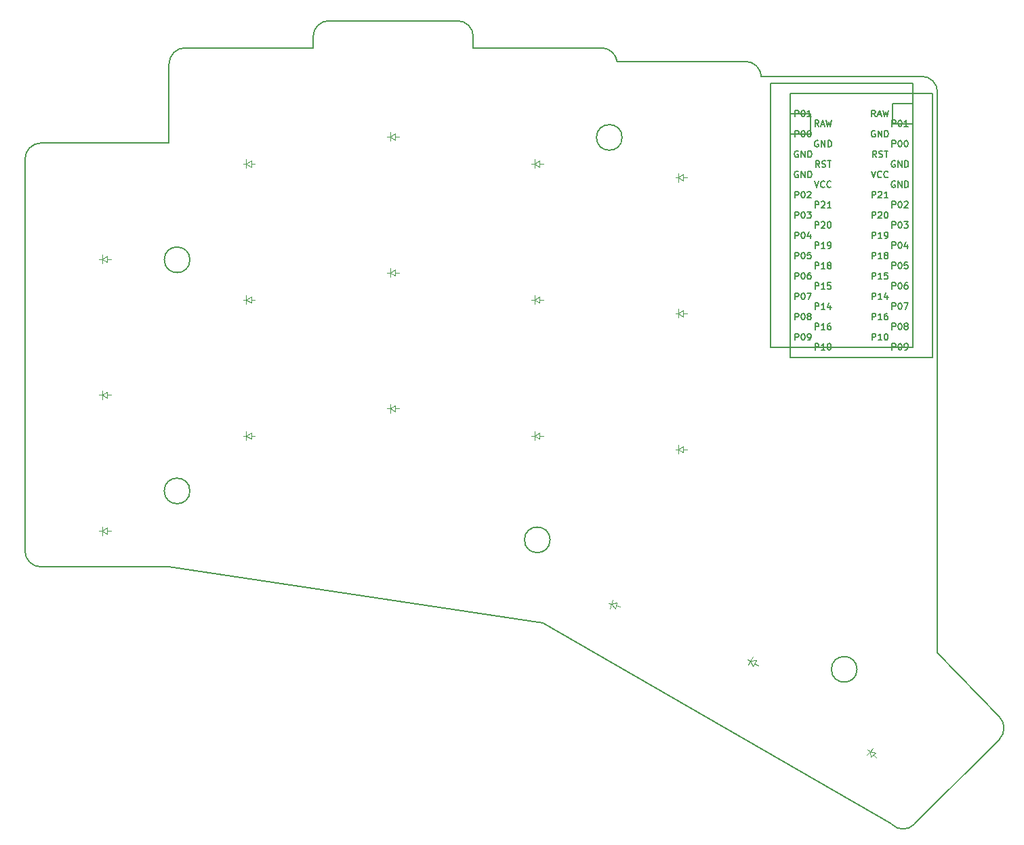
<source format=gbr>
G04 #@! TF.GenerationSoftware,KiCad,Pcbnew,5.1.5+dfsg1-2build2*
G04 #@! TF.CreationDate,2021-09-10T19:33:11+00:00*
G04 #@! TF.ProjectId,main-routed,6d61696e-2d72-46f7-9574-65642e6b6963,VERSION_HERE*
G04 #@! TF.SameCoordinates,Original*
G04 #@! TF.FileFunction,Legend,Top*
G04 #@! TF.FilePolarity,Positive*
%FSLAX46Y46*%
G04 Gerber Fmt 4.6, Leading zero omitted, Abs format (unit mm)*
G04 Created by KiCad (PCBNEW 5.1.5+dfsg1-2build2) date 2021-09-10 19:33:11*
%MOMM*%
%LPD*%
G04 APERTURE LIST*
G04 #@! TA.AperFunction,Profile*
%ADD10C,0.150000*%
G04 #@! TD*
%ADD11C,0.100000*%
%ADD12C,0.150000*%
G04 APERTURE END LIST*
D10*
X10000000Y-9500000D02*
X26000000Y-9500000D01*
X8000000Y-7500000D02*
X8000000Y41500000D01*
X10000000Y-9500000D02*
G75*
G02X8000000Y-7500000I0J2000000D01*
G01*
X26000000Y43500000D02*
X10000000Y43500000D01*
X8000000Y41500000D02*
G75*
G02X10000000Y43500000I2000000J0D01*
G01*
X44000000Y55400000D02*
X28000000Y55400000D01*
X26000000Y53400000D02*
G75*
G02X28000000Y55400000I2000000J0D01*
G01*
X26000000Y53400000D02*
X26000000Y43500000D01*
X64000000Y55400000D02*
X64000000Y56800000D01*
X62000000Y58800000D02*
G75*
G02X64000000Y56800000I0J-2000000D01*
G01*
X62000000Y58800000D02*
X46000000Y58800000D01*
X44000000Y56800000D02*
G75*
G02X46000000Y58800000I2000000J0D01*
G01*
X44000000Y56800000D02*
X44000000Y55400000D01*
X80000000Y55400000D02*
G75*
G02X81977391Y53699872I0J-2000000D01*
G01*
X80000000Y55400000D02*
X64000000Y55400000D01*
X98000000Y53700000D02*
G75*
G02X99994367Y51850000I0J-2000000D01*
G01*
X98000000Y53700000D02*
X82000000Y53700000D01*
X81977391Y53699872D02*
G75*
G02X82000000Y53700000I22609J-1999872D01*
G01*
X119117258Y-41686664D02*
G75*
G02X116288831Y-41686665I-1414214J1414213D01*
G01*
X119117258Y-41686665D02*
X129723860Y-31080063D01*
X129723859Y-28251636D02*
G75*
G02X129723860Y-31080063I-1414213J-1414214D01*
G01*
X122000000Y-20208734D02*
X129723860Y-28251636D01*
X116288831Y-41686665D02*
X72707107Y-16524745D01*
X72707107Y-16524745D02*
X26000000Y-9500000D01*
X122000000Y-20208734D02*
X122000000Y49850000D01*
X120000000Y51850000D02*
G75*
G02X122000000Y49850000I0J-2000000D01*
G01*
X120000000Y51850000D02*
X99994367Y51850000D01*
X28600000Y28900000D02*
G75*
G03X28600000Y28900000I-1600000J0D01*
G01*
X28600000Y0D02*
G75*
G03X28600000Y0I-1600000J0D01*
G01*
X82600000Y44200000D02*
G75*
G03X82600000Y44200000I-1600000J0D01*
G01*
X73600000Y-6120000D02*
G75*
G03X73600000Y-6120000I-1600000J0D01*
G01*
X111949134Y-22311939D02*
G75*
G03X111949134Y-22311939I-1600000J0D01*
G01*
D11*
G04 #@! TO.C,D1*
X18250000Y-5000000D02*
X18750000Y-5000000D01*
X18250000Y-5400000D02*
X17650000Y-5000000D01*
X18250000Y-4600000D02*
X18250000Y-5400000D01*
X17650000Y-5000000D02*
X18250000Y-4600000D01*
X17650000Y-5000000D02*
X17650000Y-5550000D01*
X17650000Y-5000000D02*
X17650000Y-4450000D01*
X17250000Y-5000000D02*
X17650000Y-5000000D01*
G04 #@! TO.C,D2*
X18250000Y12000000D02*
X18750000Y12000000D01*
X18250000Y11600000D02*
X17650000Y12000000D01*
X18250000Y12400000D02*
X18250000Y11600000D01*
X17650000Y12000000D02*
X18250000Y12400000D01*
X17650000Y12000000D02*
X17650000Y11450000D01*
X17650000Y12000000D02*
X17650000Y12550000D01*
X17250000Y12000000D02*
X17650000Y12000000D01*
G04 #@! TO.C,D3*
X18250000Y29000000D02*
X18750000Y29000000D01*
X18250000Y28600000D02*
X17650000Y29000000D01*
X18250000Y29400000D02*
X18250000Y28600000D01*
X17650000Y29000000D02*
X18250000Y29400000D01*
X17650000Y29000000D02*
X17650000Y28450000D01*
X17650000Y29000000D02*
X17650000Y29550000D01*
X17250000Y29000000D02*
X17650000Y29000000D01*
G04 #@! TO.C,D4*
X36250000Y6900000D02*
X36750000Y6900000D01*
X36250000Y6500000D02*
X35650000Y6900000D01*
X36250000Y7300000D02*
X36250000Y6500000D01*
X35650000Y6900000D02*
X36250000Y7300000D01*
X35650000Y6900000D02*
X35650000Y6350000D01*
X35650000Y6900000D02*
X35650000Y7450000D01*
X35250000Y6900000D02*
X35650000Y6900000D01*
G04 #@! TO.C,D5*
X36250000Y23900000D02*
X36750000Y23900000D01*
X36250000Y23500000D02*
X35650000Y23900000D01*
X36250000Y24300000D02*
X36250000Y23500000D01*
X35650000Y23900000D02*
X36250000Y24300000D01*
X35650000Y23900000D02*
X35650000Y23350000D01*
X35650000Y23900000D02*
X35650000Y24450000D01*
X35250000Y23900000D02*
X35650000Y23900000D01*
G04 #@! TO.C,D6*
X36250000Y40900000D02*
X36750000Y40900000D01*
X36250000Y40500000D02*
X35650000Y40900000D01*
X36250000Y41300000D02*
X36250000Y40500000D01*
X35650000Y40900000D02*
X36250000Y41300000D01*
X35650000Y40900000D02*
X35650000Y40350000D01*
X35650000Y40900000D02*
X35650000Y41450000D01*
X35250000Y40900000D02*
X35650000Y40900000D01*
G04 #@! TO.C,D7*
X54250000Y10300000D02*
X54750000Y10300000D01*
X54250000Y9900000D02*
X53650000Y10300000D01*
X54250000Y10700000D02*
X54250000Y9900000D01*
X53650000Y10300000D02*
X54250000Y10700000D01*
X53650000Y10300000D02*
X53650000Y9750000D01*
X53650000Y10300000D02*
X53650000Y10850000D01*
X53250000Y10300000D02*
X53650000Y10300000D01*
G04 #@! TO.C,D8*
X54250000Y27300000D02*
X54750000Y27300000D01*
X54250000Y26900000D02*
X53650000Y27300000D01*
X54250000Y27700000D02*
X54250000Y26900000D01*
X53650000Y27300000D02*
X54250000Y27700000D01*
X53650000Y27300000D02*
X53650000Y26750000D01*
X53650000Y27300000D02*
X53650000Y27850000D01*
X53250000Y27300000D02*
X53650000Y27300000D01*
G04 #@! TO.C,D9*
X54250000Y44300000D02*
X54750000Y44300000D01*
X54250000Y43900000D02*
X53650000Y44300000D01*
X54250000Y44700000D02*
X54250000Y43900000D01*
X53650000Y44300000D02*
X54250000Y44700000D01*
X53650000Y44300000D02*
X53650000Y43750000D01*
X53650000Y44300000D02*
X53650000Y44850000D01*
X53250000Y44300000D02*
X53650000Y44300000D01*
G04 #@! TO.C,D10*
X72250000Y6900000D02*
X72750000Y6900000D01*
X72250000Y6500000D02*
X71650000Y6900000D01*
X72250000Y7300000D02*
X72250000Y6500000D01*
X71650000Y6900000D02*
X72250000Y7300000D01*
X71650000Y6900000D02*
X71650000Y6350000D01*
X71650000Y6900000D02*
X71650000Y7450000D01*
X71250000Y6900000D02*
X71650000Y6900000D01*
G04 #@! TO.C,D11*
X72250000Y23900000D02*
X72750000Y23900000D01*
X72250000Y23500000D02*
X71650000Y23900000D01*
X72250000Y24300000D02*
X72250000Y23500000D01*
X71650000Y23900000D02*
X72250000Y24300000D01*
X71650000Y23900000D02*
X71650000Y23350000D01*
X71650000Y23900000D02*
X71650000Y24450000D01*
X71250000Y23900000D02*
X71650000Y23900000D01*
G04 #@! TO.C,D12*
X72250000Y40900000D02*
X72750000Y40900000D01*
X72250000Y40500000D02*
X71650000Y40900000D01*
X72250000Y41300000D02*
X72250000Y40500000D01*
X71650000Y40900000D02*
X72250000Y41300000D01*
X71650000Y40900000D02*
X71650000Y40350000D01*
X71650000Y40900000D02*
X71650000Y41450000D01*
X71250000Y40900000D02*
X71650000Y40900000D01*
G04 #@! TO.C,D13*
X90250000Y5200000D02*
X90750000Y5200000D01*
X90250000Y4800000D02*
X89650000Y5200000D01*
X90250000Y5600000D02*
X90250000Y4800000D01*
X89650000Y5200000D02*
X90250000Y5600000D01*
X89650000Y5200000D02*
X89650000Y4650000D01*
X89650000Y5200000D02*
X89650000Y5750000D01*
X89250000Y5200000D02*
X89650000Y5200000D01*
G04 #@! TO.C,D14*
X90250000Y22200000D02*
X90750000Y22200000D01*
X90250000Y21800000D02*
X89650000Y22200000D01*
X90250000Y22600000D02*
X90250000Y21800000D01*
X89650000Y22200000D02*
X90250000Y22600000D01*
X89650000Y22200000D02*
X89650000Y21650000D01*
X89650000Y22200000D02*
X89650000Y22750000D01*
X89250000Y22200000D02*
X89650000Y22200000D01*
G04 #@! TO.C,D15*
X90250000Y39200000D02*
X90750000Y39200000D01*
X90250000Y38800000D02*
X89650000Y39200000D01*
X90250000Y39600000D02*
X90250000Y38800000D01*
X89650000Y39200000D02*
X90250000Y39600000D01*
X89650000Y39200000D02*
X89650000Y38650000D01*
X89650000Y39200000D02*
X89650000Y39750000D01*
X89250000Y39200000D02*
X89650000Y39200000D01*
G04 #@! TO.C,D16*
X81840681Y-14313305D02*
X82323644Y-14442714D01*
X81737154Y-14699675D02*
X81261126Y-14158013D01*
X81944209Y-13926934D02*
X81737154Y-14699675D01*
X81261126Y-14158013D02*
X81944209Y-13926934D01*
X81261126Y-14158013D02*
X81118775Y-14689273D01*
X81261126Y-14158013D02*
X81403476Y-13626754D01*
X80874756Y-14054486D02*
X81261126Y-14158013D01*
G04 #@! TO.C,D17*
X99147406Y-21552700D02*
X99580419Y-21802700D01*
X98947406Y-21899110D02*
X98627791Y-21252700D01*
X99347406Y-21206290D02*
X98947406Y-21899110D01*
X98627791Y-21252700D02*
X99347406Y-21206290D01*
X98627791Y-21252700D02*
X98352791Y-21729014D01*
X98627791Y-21252700D02*
X98902791Y-20776386D01*
X98281381Y-21052700D02*
X98627791Y-21252700D01*
G04 #@! TO.C,D18*
X113990777Y-33024577D02*
X114344330Y-33378130D01*
X113707934Y-33307419D02*
X113566513Y-32600313D01*
X114273619Y-32741734D02*
X113707934Y-33307419D01*
X113566513Y-32600313D02*
X114273619Y-32741734D01*
X113566513Y-32600313D02*
X113177604Y-32989221D01*
X113566513Y-32600313D02*
X113955421Y-32211404D01*
X113283670Y-32317470D02*
X113566513Y-32600313D01*
D12*
G04 #@! TO.C,MCU1*
X101110000Y50980000D02*
X101110000Y17960000D01*
X101110000Y17960000D02*
X118890000Y17960000D01*
X118890000Y17960000D02*
X118890000Y50980000D01*
X118890000Y50980000D02*
X101110000Y50980000D01*
X116350000Y48440000D02*
X116350000Y45900000D01*
X116350000Y48440000D02*
X118890000Y48440000D01*
X116350000Y45900000D02*
X118890000Y45900000D01*
G04 #@! TO.C,MCU2*
X103610000Y49730000D02*
X103610000Y16710000D01*
X103610000Y16710000D02*
X121390000Y16710000D01*
X121390000Y16710000D02*
X121390000Y49730000D01*
X121390000Y49730000D02*
X103610000Y49730000D01*
X106150000Y47190000D02*
X106150000Y44650000D01*
X106150000Y47190000D02*
X103610000Y47190000D01*
X106150000Y44650000D02*
X103610000Y44650000D01*
G04 #@! TD*
G04 #@! TO.C,MCU1*
X114247619Y46808095D02*
X113980952Y47189047D01*
X113790476Y46808095D02*
X113790476Y47608095D01*
X114095238Y47608095D01*
X114171428Y47570000D01*
X114209523Y47531904D01*
X114247619Y47455714D01*
X114247619Y47341428D01*
X114209523Y47265238D01*
X114171428Y47227142D01*
X114095238Y47189047D01*
X113790476Y47189047D01*
X114552380Y47036666D02*
X114933333Y47036666D01*
X114476190Y46808095D02*
X114742857Y47608095D01*
X115009523Y46808095D01*
X115200000Y47608095D02*
X115390476Y46808095D01*
X115542857Y47379523D01*
X115695238Y46808095D01*
X115885714Y47608095D01*
X114190476Y45030000D02*
X114114285Y45068095D01*
X114000000Y45068095D01*
X113885714Y45030000D01*
X113809523Y44953809D01*
X113771428Y44877619D01*
X113733333Y44725238D01*
X113733333Y44610952D01*
X113771428Y44458571D01*
X113809523Y44382380D01*
X113885714Y44306190D01*
X114000000Y44268095D01*
X114076190Y44268095D01*
X114190476Y44306190D01*
X114228571Y44344285D01*
X114228571Y44610952D01*
X114076190Y44610952D01*
X114571428Y44268095D02*
X114571428Y45068095D01*
X115028571Y44268095D01*
X115028571Y45068095D01*
X115409523Y44268095D02*
X115409523Y45068095D01*
X115600000Y45068095D01*
X115714285Y45030000D01*
X115790476Y44953809D01*
X115828571Y44877619D01*
X115866666Y44725238D01*
X115866666Y44610952D01*
X115828571Y44458571D01*
X115790476Y44382380D01*
X115714285Y44306190D01*
X115600000Y44268095D01*
X115409523Y44268095D01*
X114361904Y41728095D02*
X114095238Y42109047D01*
X113904761Y41728095D02*
X113904761Y42528095D01*
X114209523Y42528095D01*
X114285714Y42490000D01*
X114323809Y42451904D01*
X114361904Y42375714D01*
X114361904Y42261428D01*
X114323809Y42185238D01*
X114285714Y42147142D01*
X114209523Y42109047D01*
X113904761Y42109047D01*
X114666666Y41766190D02*
X114780952Y41728095D01*
X114971428Y41728095D01*
X115047619Y41766190D01*
X115085714Y41804285D01*
X115123809Y41880476D01*
X115123809Y41956666D01*
X115085714Y42032857D01*
X115047619Y42070952D01*
X114971428Y42109047D01*
X114819047Y42147142D01*
X114742857Y42185238D01*
X114704761Y42223333D01*
X114666666Y42299523D01*
X114666666Y42375714D01*
X114704761Y42451904D01*
X114742857Y42490000D01*
X114819047Y42528095D01*
X115009523Y42528095D01*
X115123809Y42490000D01*
X115352380Y42528095D02*
X115809523Y42528095D01*
X115580952Y41728095D02*
X115580952Y42528095D01*
X113733333Y39988095D02*
X114000000Y39188095D01*
X114266666Y39988095D01*
X114990476Y39264285D02*
X114952380Y39226190D01*
X114838095Y39188095D01*
X114761904Y39188095D01*
X114647619Y39226190D01*
X114571428Y39302380D01*
X114533333Y39378571D01*
X114495238Y39530952D01*
X114495238Y39645238D01*
X114533333Y39797619D01*
X114571428Y39873809D01*
X114647619Y39950000D01*
X114761904Y39988095D01*
X114838095Y39988095D01*
X114952380Y39950000D01*
X114990476Y39911904D01*
X115790476Y39264285D02*
X115752380Y39226190D01*
X115638095Y39188095D01*
X115561904Y39188095D01*
X115447619Y39226190D01*
X115371428Y39302380D01*
X115333333Y39378571D01*
X115295238Y39530952D01*
X115295238Y39645238D01*
X115333333Y39797619D01*
X115371428Y39873809D01*
X115447619Y39950000D01*
X115561904Y39988095D01*
X115638095Y39988095D01*
X115752380Y39950000D01*
X115790476Y39911904D01*
X113828571Y36648095D02*
X113828571Y37448095D01*
X114133333Y37448095D01*
X114209523Y37410000D01*
X114247619Y37371904D01*
X114285714Y37295714D01*
X114285714Y37181428D01*
X114247619Y37105238D01*
X114209523Y37067142D01*
X114133333Y37029047D01*
X113828571Y37029047D01*
X114590476Y37371904D02*
X114628571Y37410000D01*
X114704761Y37448095D01*
X114895238Y37448095D01*
X114971428Y37410000D01*
X115009523Y37371904D01*
X115047619Y37295714D01*
X115047619Y37219523D01*
X115009523Y37105238D01*
X114552380Y36648095D01*
X115047619Y36648095D01*
X115809523Y36648095D02*
X115352380Y36648095D01*
X115580952Y36648095D02*
X115580952Y37448095D01*
X115504761Y37333809D01*
X115428571Y37257619D01*
X115352380Y37219523D01*
X113828571Y34108095D02*
X113828571Y34908095D01*
X114133333Y34908095D01*
X114209523Y34870000D01*
X114247619Y34831904D01*
X114285714Y34755714D01*
X114285714Y34641428D01*
X114247619Y34565238D01*
X114209523Y34527142D01*
X114133333Y34489047D01*
X113828571Y34489047D01*
X114590476Y34831904D02*
X114628571Y34870000D01*
X114704761Y34908095D01*
X114895238Y34908095D01*
X114971428Y34870000D01*
X115009523Y34831904D01*
X115047619Y34755714D01*
X115047619Y34679523D01*
X115009523Y34565238D01*
X114552380Y34108095D01*
X115047619Y34108095D01*
X115542857Y34908095D02*
X115619047Y34908095D01*
X115695238Y34870000D01*
X115733333Y34831904D01*
X115771428Y34755714D01*
X115809523Y34603333D01*
X115809523Y34412857D01*
X115771428Y34260476D01*
X115733333Y34184285D01*
X115695238Y34146190D01*
X115619047Y34108095D01*
X115542857Y34108095D01*
X115466666Y34146190D01*
X115428571Y34184285D01*
X115390476Y34260476D01*
X115352380Y34412857D01*
X115352380Y34603333D01*
X115390476Y34755714D01*
X115428571Y34831904D01*
X115466666Y34870000D01*
X115542857Y34908095D01*
X113828571Y31568095D02*
X113828571Y32368095D01*
X114133333Y32368095D01*
X114209523Y32330000D01*
X114247619Y32291904D01*
X114285714Y32215714D01*
X114285714Y32101428D01*
X114247619Y32025238D01*
X114209523Y31987142D01*
X114133333Y31949047D01*
X113828571Y31949047D01*
X115047619Y31568095D02*
X114590476Y31568095D01*
X114819047Y31568095D02*
X114819047Y32368095D01*
X114742857Y32253809D01*
X114666666Y32177619D01*
X114590476Y32139523D01*
X115428571Y31568095D02*
X115580952Y31568095D01*
X115657142Y31606190D01*
X115695238Y31644285D01*
X115771428Y31758571D01*
X115809523Y31910952D01*
X115809523Y32215714D01*
X115771428Y32291904D01*
X115733333Y32330000D01*
X115657142Y32368095D01*
X115504761Y32368095D01*
X115428571Y32330000D01*
X115390476Y32291904D01*
X115352380Y32215714D01*
X115352380Y32025238D01*
X115390476Y31949047D01*
X115428571Y31910952D01*
X115504761Y31872857D01*
X115657142Y31872857D01*
X115733333Y31910952D01*
X115771428Y31949047D01*
X115809523Y32025238D01*
X113828571Y29028095D02*
X113828571Y29828095D01*
X114133333Y29828095D01*
X114209523Y29790000D01*
X114247619Y29751904D01*
X114285714Y29675714D01*
X114285714Y29561428D01*
X114247619Y29485238D01*
X114209523Y29447142D01*
X114133333Y29409047D01*
X113828571Y29409047D01*
X115047619Y29028095D02*
X114590476Y29028095D01*
X114819047Y29028095D02*
X114819047Y29828095D01*
X114742857Y29713809D01*
X114666666Y29637619D01*
X114590476Y29599523D01*
X115504761Y29485238D02*
X115428571Y29523333D01*
X115390476Y29561428D01*
X115352380Y29637619D01*
X115352380Y29675714D01*
X115390476Y29751904D01*
X115428571Y29790000D01*
X115504761Y29828095D01*
X115657142Y29828095D01*
X115733333Y29790000D01*
X115771428Y29751904D01*
X115809523Y29675714D01*
X115809523Y29637619D01*
X115771428Y29561428D01*
X115733333Y29523333D01*
X115657142Y29485238D01*
X115504761Y29485238D01*
X115428571Y29447142D01*
X115390476Y29409047D01*
X115352380Y29332857D01*
X115352380Y29180476D01*
X115390476Y29104285D01*
X115428571Y29066190D01*
X115504761Y29028095D01*
X115657142Y29028095D01*
X115733333Y29066190D01*
X115771428Y29104285D01*
X115809523Y29180476D01*
X115809523Y29332857D01*
X115771428Y29409047D01*
X115733333Y29447142D01*
X115657142Y29485238D01*
X113828571Y26488095D02*
X113828571Y27288095D01*
X114133333Y27288095D01*
X114209523Y27250000D01*
X114247619Y27211904D01*
X114285714Y27135714D01*
X114285714Y27021428D01*
X114247619Y26945238D01*
X114209523Y26907142D01*
X114133333Y26869047D01*
X113828571Y26869047D01*
X115047619Y26488095D02*
X114590476Y26488095D01*
X114819047Y26488095D02*
X114819047Y27288095D01*
X114742857Y27173809D01*
X114666666Y27097619D01*
X114590476Y27059523D01*
X115771428Y27288095D02*
X115390476Y27288095D01*
X115352380Y26907142D01*
X115390476Y26945238D01*
X115466666Y26983333D01*
X115657142Y26983333D01*
X115733333Y26945238D01*
X115771428Y26907142D01*
X115809523Y26830952D01*
X115809523Y26640476D01*
X115771428Y26564285D01*
X115733333Y26526190D01*
X115657142Y26488095D01*
X115466666Y26488095D01*
X115390476Y26526190D01*
X115352380Y26564285D01*
X113828571Y23948095D02*
X113828571Y24748095D01*
X114133333Y24748095D01*
X114209523Y24710000D01*
X114247619Y24671904D01*
X114285714Y24595714D01*
X114285714Y24481428D01*
X114247619Y24405238D01*
X114209523Y24367142D01*
X114133333Y24329047D01*
X113828571Y24329047D01*
X115047619Y23948095D02*
X114590476Y23948095D01*
X114819047Y23948095D02*
X114819047Y24748095D01*
X114742857Y24633809D01*
X114666666Y24557619D01*
X114590476Y24519523D01*
X115733333Y24481428D02*
X115733333Y23948095D01*
X115542857Y24786190D02*
X115352380Y24214761D01*
X115847619Y24214761D01*
X113828571Y21408095D02*
X113828571Y22208095D01*
X114133333Y22208095D01*
X114209523Y22170000D01*
X114247619Y22131904D01*
X114285714Y22055714D01*
X114285714Y21941428D01*
X114247619Y21865238D01*
X114209523Y21827142D01*
X114133333Y21789047D01*
X113828571Y21789047D01*
X115047619Y21408095D02*
X114590476Y21408095D01*
X114819047Y21408095D02*
X114819047Y22208095D01*
X114742857Y22093809D01*
X114666666Y22017619D01*
X114590476Y21979523D01*
X115733333Y22208095D02*
X115580952Y22208095D01*
X115504761Y22170000D01*
X115466666Y22131904D01*
X115390476Y22017619D01*
X115352380Y21865238D01*
X115352380Y21560476D01*
X115390476Y21484285D01*
X115428571Y21446190D01*
X115504761Y21408095D01*
X115657142Y21408095D01*
X115733333Y21446190D01*
X115771428Y21484285D01*
X115809523Y21560476D01*
X115809523Y21750952D01*
X115771428Y21827142D01*
X115733333Y21865238D01*
X115657142Y21903333D01*
X115504761Y21903333D01*
X115428571Y21865238D01*
X115390476Y21827142D01*
X115352380Y21750952D01*
X113828571Y18868095D02*
X113828571Y19668095D01*
X114133333Y19668095D01*
X114209523Y19630000D01*
X114247619Y19591904D01*
X114285714Y19515714D01*
X114285714Y19401428D01*
X114247619Y19325238D01*
X114209523Y19287142D01*
X114133333Y19249047D01*
X113828571Y19249047D01*
X115047619Y18868095D02*
X114590476Y18868095D01*
X114819047Y18868095D02*
X114819047Y19668095D01*
X114742857Y19553809D01*
X114666666Y19477619D01*
X114590476Y19439523D01*
X115542857Y19668095D02*
X115619047Y19668095D01*
X115695238Y19630000D01*
X115733333Y19591904D01*
X115771428Y19515714D01*
X115809523Y19363333D01*
X115809523Y19172857D01*
X115771428Y19020476D01*
X115733333Y18944285D01*
X115695238Y18906190D01*
X115619047Y18868095D01*
X115542857Y18868095D01*
X115466666Y18906190D01*
X115428571Y18944285D01*
X115390476Y19020476D01*
X115352380Y19172857D01*
X115352380Y19363333D01*
X115390476Y19515714D01*
X115428571Y19591904D01*
X115466666Y19630000D01*
X115542857Y19668095D01*
X104228571Y46808095D02*
X104228571Y47608095D01*
X104533333Y47608095D01*
X104609523Y47570000D01*
X104647619Y47531904D01*
X104685714Y47455714D01*
X104685714Y47341428D01*
X104647619Y47265238D01*
X104609523Y47227142D01*
X104533333Y47189047D01*
X104228571Y47189047D01*
X105180952Y47608095D02*
X105257142Y47608095D01*
X105333333Y47570000D01*
X105371428Y47531904D01*
X105409523Y47455714D01*
X105447619Y47303333D01*
X105447619Y47112857D01*
X105409523Y46960476D01*
X105371428Y46884285D01*
X105333333Y46846190D01*
X105257142Y46808095D01*
X105180952Y46808095D01*
X105104761Y46846190D01*
X105066666Y46884285D01*
X105028571Y46960476D01*
X104990476Y47112857D01*
X104990476Y47303333D01*
X105028571Y47455714D01*
X105066666Y47531904D01*
X105104761Y47570000D01*
X105180952Y47608095D01*
X106209523Y46808095D02*
X105752380Y46808095D01*
X105980952Y46808095D02*
X105980952Y47608095D01*
X105904761Y47493809D01*
X105828571Y47417619D01*
X105752380Y47379523D01*
X104228571Y44268095D02*
X104228571Y45068095D01*
X104533333Y45068095D01*
X104609523Y45030000D01*
X104647619Y44991904D01*
X104685714Y44915714D01*
X104685714Y44801428D01*
X104647619Y44725238D01*
X104609523Y44687142D01*
X104533333Y44649047D01*
X104228571Y44649047D01*
X105180952Y45068095D02*
X105257142Y45068095D01*
X105333333Y45030000D01*
X105371428Y44991904D01*
X105409523Y44915714D01*
X105447619Y44763333D01*
X105447619Y44572857D01*
X105409523Y44420476D01*
X105371428Y44344285D01*
X105333333Y44306190D01*
X105257142Y44268095D01*
X105180952Y44268095D01*
X105104761Y44306190D01*
X105066666Y44344285D01*
X105028571Y44420476D01*
X104990476Y44572857D01*
X104990476Y44763333D01*
X105028571Y44915714D01*
X105066666Y44991904D01*
X105104761Y45030000D01*
X105180952Y45068095D01*
X105942857Y45068095D02*
X106019047Y45068095D01*
X106095238Y45030000D01*
X106133333Y44991904D01*
X106171428Y44915714D01*
X106209523Y44763333D01*
X106209523Y44572857D01*
X106171428Y44420476D01*
X106133333Y44344285D01*
X106095238Y44306190D01*
X106019047Y44268095D01*
X105942857Y44268095D01*
X105866666Y44306190D01*
X105828571Y44344285D01*
X105790476Y44420476D01*
X105752380Y44572857D01*
X105752380Y44763333D01*
X105790476Y44915714D01*
X105828571Y44991904D01*
X105866666Y45030000D01*
X105942857Y45068095D01*
X104590476Y42490000D02*
X104514285Y42528095D01*
X104400000Y42528095D01*
X104285714Y42490000D01*
X104209523Y42413809D01*
X104171428Y42337619D01*
X104133333Y42185238D01*
X104133333Y42070952D01*
X104171428Y41918571D01*
X104209523Y41842380D01*
X104285714Y41766190D01*
X104400000Y41728095D01*
X104476190Y41728095D01*
X104590476Y41766190D01*
X104628571Y41804285D01*
X104628571Y42070952D01*
X104476190Y42070952D01*
X104971428Y41728095D02*
X104971428Y42528095D01*
X105428571Y41728095D01*
X105428571Y42528095D01*
X105809523Y41728095D02*
X105809523Y42528095D01*
X106000000Y42528095D01*
X106114285Y42490000D01*
X106190476Y42413809D01*
X106228571Y42337619D01*
X106266666Y42185238D01*
X106266666Y42070952D01*
X106228571Y41918571D01*
X106190476Y41842380D01*
X106114285Y41766190D01*
X106000000Y41728095D01*
X105809523Y41728095D01*
X104590476Y39950000D02*
X104514285Y39988095D01*
X104400000Y39988095D01*
X104285714Y39950000D01*
X104209523Y39873809D01*
X104171428Y39797619D01*
X104133333Y39645238D01*
X104133333Y39530952D01*
X104171428Y39378571D01*
X104209523Y39302380D01*
X104285714Y39226190D01*
X104400000Y39188095D01*
X104476190Y39188095D01*
X104590476Y39226190D01*
X104628571Y39264285D01*
X104628571Y39530952D01*
X104476190Y39530952D01*
X104971428Y39188095D02*
X104971428Y39988095D01*
X105428571Y39188095D01*
X105428571Y39988095D01*
X105809523Y39188095D02*
X105809523Y39988095D01*
X106000000Y39988095D01*
X106114285Y39950000D01*
X106190476Y39873809D01*
X106228571Y39797619D01*
X106266666Y39645238D01*
X106266666Y39530952D01*
X106228571Y39378571D01*
X106190476Y39302380D01*
X106114285Y39226190D01*
X106000000Y39188095D01*
X105809523Y39188095D01*
X104228571Y36648095D02*
X104228571Y37448095D01*
X104533333Y37448095D01*
X104609523Y37410000D01*
X104647619Y37371904D01*
X104685714Y37295714D01*
X104685714Y37181428D01*
X104647619Y37105238D01*
X104609523Y37067142D01*
X104533333Y37029047D01*
X104228571Y37029047D01*
X105180952Y37448095D02*
X105257142Y37448095D01*
X105333333Y37410000D01*
X105371428Y37371904D01*
X105409523Y37295714D01*
X105447619Y37143333D01*
X105447619Y36952857D01*
X105409523Y36800476D01*
X105371428Y36724285D01*
X105333333Y36686190D01*
X105257142Y36648095D01*
X105180952Y36648095D01*
X105104761Y36686190D01*
X105066666Y36724285D01*
X105028571Y36800476D01*
X104990476Y36952857D01*
X104990476Y37143333D01*
X105028571Y37295714D01*
X105066666Y37371904D01*
X105104761Y37410000D01*
X105180952Y37448095D01*
X105752380Y37371904D02*
X105790476Y37410000D01*
X105866666Y37448095D01*
X106057142Y37448095D01*
X106133333Y37410000D01*
X106171428Y37371904D01*
X106209523Y37295714D01*
X106209523Y37219523D01*
X106171428Y37105238D01*
X105714285Y36648095D01*
X106209523Y36648095D01*
X104228571Y34108095D02*
X104228571Y34908095D01*
X104533333Y34908095D01*
X104609523Y34870000D01*
X104647619Y34831904D01*
X104685714Y34755714D01*
X104685714Y34641428D01*
X104647619Y34565238D01*
X104609523Y34527142D01*
X104533333Y34489047D01*
X104228571Y34489047D01*
X105180952Y34908095D02*
X105257142Y34908095D01*
X105333333Y34870000D01*
X105371428Y34831904D01*
X105409523Y34755714D01*
X105447619Y34603333D01*
X105447619Y34412857D01*
X105409523Y34260476D01*
X105371428Y34184285D01*
X105333333Y34146190D01*
X105257142Y34108095D01*
X105180952Y34108095D01*
X105104761Y34146190D01*
X105066666Y34184285D01*
X105028571Y34260476D01*
X104990476Y34412857D01*
X104990476Y34603333D01*
X105028571Y34755714D01*
X105066666Y34831904D01*
X105104761Y34870000D01*
X105180952Y34908095D01*
X105714285Y34908095D02*
X106209523Y34908095D01*
X105942857Y34603333D01*
X106057142Y34603333D01*
X106133333Y34565238D01*
X106171428Y34527142D01*
X106209523Y34450952D01*
X106209523Y34260476D01*
X106171428Y34184285D01*
X106133333Y34146190D01*
X106057142Y34108095D01*
X105828571Y34108095D01*
X105752380Y34146190D01*
X105714285Y34184285D01*
X104228571Y31568095D02*
X104228571Y32368095D01*
X104533333Y32368095D01*
X104609523Y32330000D01*
X104647619Y32291904D01*
X104685714Y32215714D01*
X104685714Y32101428D01*
X104647619Y32025238D01*
X104609523Y31987142D01*
X104533333Y31949047D01*
X104228571Y31949047D01*
X105180952Y32368095D02*
X105257142Y32368095D01*
X105333333Y32330000D01*
X105371428Y32291904D01*
X105409523Y32215714D01*
X105447619Y32063333D01*
X105447619Y31872857D01*
X105409523Y31720476D01*
X105371428Y31644285D01*
X105333333Y31606190D01*
X105257142Y31568095D01*
X105180952Y31568095D01*
X105104761Y31606190D01*
X105066666Y31644285D01*
X105028571Y31720476D01*
X104990476Y31872857D01*
X104990476Y32063333D01*
X105028571Y32215714D01*
X105066666Y32291904D01*
X105104761Y32330000D01*
X105180952Y32368095D01*
X106133333Y32101428D02*
X106133333Y31568095D01*
X105942857Y32406190D02*
X105752380Y31834761D01*
X106247619Y31834761D01*
X104228571Y29028095D02*
X104228571Y29828095D01*
X104533333Y29828095D01*
X104609523Y29790000D01*
X104647619Y29751904D01*
X104685714Y29675714D01*
X104685714Y29561428D01*
X104647619Y29485238D01*
X104609523Y29447142D01*
X104533333Y29409047D01*
X104228571Y29409047D01*
X105180952Y29828095D02*
X105257142Y29828095D01*
X105333333Y29790000D01*
X105371428Y29751904D01*
X105409523Y29675714D01*
X105447619Y29523333D01*
X105447619Y29332857D01*
X105409523Y29180476D01*
X105371428Y29104285D01*
X105333333Y29066190D01*
X105257142Y29028095D01*
X105180952Y29028095D01*
X105104761Y29066190D01*
X105066666Y29104285D01*
X105028571Y29180476D01*
X104990476Y29332857D01*
X104990476Y29523333D01*
X105028571Y29675714D01*
X105066666Y29751904D01*
X105104761Y29790000D01*
X105180952Y29828095D01*
X106171428Y29828095D02*
X105790476Y29828095D01*
X105752380Y29447142D01*
X105790476Y29485238D01*
X105866666Y29523333D01*
X106057142Y29523333D01*
X106133333Y29485238D01*
X106171428Y29447142D01*
X106209523Y29370952D01*
X106209523Y29180476D01*
X106171428Y29104285D01*
X106133333Y29066190D01*
X106057142Y29028095D01*
X105866666Y29028095D01*
X105790476Y29066190D01*
X105752380Y29104285D01*
X104228571Y26488095D02*
X104228571Y27288095D01*
X104533333Y27288095D01*
X104609523Y27250000D01*
X104647619Y27211904D01*
X104685714Y27135714D01*
X104685714Y27021428D01*
X104647619Y26945238D01*
X104609523Y26907142D01*
X104533333Y26869047D01*
X104228571Y26869047D01*
X105180952Y27288095D02*
X105257142Y27288095D01*
X105333333Y27250000D01*
X105371428Y27211904D01*
X105409523Y27135714D01*
X105447619Y26983333D01*
X105447619Y26792857D01*
X105409523Y26640476D01*
X105371428Y26564285D01*
X105333333Y26526190D01*
X105257142Y26488095D01*
X105180952Y26488095D01*
X105104761Y26526190D01*
X105066666Y26564285D01*
X105028571Y26640476D01*
X104990476Y26792857D01*
X104990476Y26983333D01*
X105028571Y27135714D01*
X105066666Y27211904D01*
X105104761Y27250000D01*
X105180952Y27288095D01*
X106133333Y27288095D02*
X105980952Y27288095D01*
X105904761Y27250000D01*
X105866666Y27211904D01*
X105790476Y27097619D01*
X105752380Y26945238D01*
X105752380Y26640476D01*
X105790476Y26564285D01*
X105828571Y26526190D01*
X105904761Y26488095D01*
X106057142Y26488095D01*
X106133333Y26526190D01*
X106171428Y26564285D01*
X106209523Y26640476D01*
X106209523Y26830952D01*
X106171428Y26907142D01*
X106133333Y26945238D01*
X106057142Y26983333D01*
X105904761Y26983333D01*
X105828571Y26945238D01*
X105790476Y26907142D01*
X105752380Y26830952D01*
X104228571Y23948095D02*
X104228571Y24748095D01*
X104533333Y24748095D01*
X104609523Y24710000D01*
X104647619Y24671904D01*
X104685714Y24595714D01*
X104685714Y24481428D01*
X104647619Y24405238D01*
X104609523Y24367142D01*
X104533333Y24329047D01*
X104228571Y24329047D01*
X105180952Y24748095D02*
X105257142Y24748095D01*
X105333333Y24710000D01*
X105371428Y24671904D01*
X105409523Y24595714D01*
X105447619Y24443333D01*
X105447619Y24252857D01*
X105409523Y24100476D01*
X105371428Y24024285D01*
X105333333Y23986190D01*
X105257142Y23948095D01*
X105180952Y23948095D01*
X105104761Y23986190D01*
X105066666Y24024285D01*
X105028571Y24100476D01*
X104990476Y24252857D01*
X104990476Y24443333D01*
X105028571Y24595714D01*
X105066666Y24671904D01*
X105104761Y24710000D01*
X105180952Y24748095D01*
X105714285Y24748095D02*
X106247619Y24748095D01*
X105904761Y23948095D01*
X104228571Y21408095D02*
X104228571Y22208095D01*
X104533333Y22208095D01*
X104609523Y22170000D01*
X104647619Y22131904D01*
X104685714Y22055714D01*
X104685714Y21941428D01*
X104647619Y21865238D01*
X104609523Y21827142D01*
X104533333Y21789047D01*
X104228571Y21789047D01*
X105180952Y22208095D02*
X105257142Y22208095D01*
X105333333Y22170000D01*
X105371428Y22131904D01*
X105409523Y22055714D01*
X105447619Y21903333D01*
X105447619Y21712857D01*
X105409523Y21560476D01*
X105371428Y21484285D01*
X105333333Y21446190D01*
X105257142Y21408095D01*
X105180952Y21408095D01*
X105104761Y21446190D01*
X105066666Y21484285D01*
X105028571Y21560476D01*
X104990476Y21712857D01*
X104990476Y21903333D01*
X105028571Y22055714D01*
X105066666Y22131904D01*
X105104761Y22170000D01*
X105180952Y22208095D01*
X105904761Y21865238D02*
X105828571Y21903333D01*
X105790476Y21941428D01*
X105752380Y22017619D01*
X105752380Y22055714D01*
X105790476Y22131904D01*
X105828571Y22170000D01*
X105904761Y22208095D01*
X106057142Y22208095D01*
X106133333Y22170000D01*
X106171428Y22131904D01*
X106209523Y22055714D01*
X106209523Y22017619D01*
X106171428Y21941428D01*
X106133333Y21903333D01*
X106057142Y21865238D01*
X105904761Y21865238D01*
X105828571Y21827142D01*
X105790476Y21789047D01*
X105752380Y21712857D01*
X105752380Y21560476D01*
X105790476Y21484285D01*
X105828571Y21446190D01*
X105904761Y21408095D01*
X106057142Y21408095D01*
X106133333Y21446190D01*
X106171428Y21484285D01*
X106209523Y21560476D01*
X106209523Y21712857D01*
X106171428Y21789047D01*
X106133333Y21827142D01*
X106057142Y21865238D01*
X104228571Y18868095D02*
X104228571Y19668095D01*
X104533333Y19668095D01*
X104609523Y19630000D01*
X104647619Y19591904D01*
X104685714Y19515714D01*
X104685714Y19401428D01*
X104647619Y19325238D01*
X104609523Y19287142D01*
X104533333Y19249047D01*
X104228571Y19249047D01*
X105180952Y19668095D02*
X105257142Y19668095D01*
X105333333Y19630000D01*
X105371428Y19591904D01*
X105409523Y19515714D01*
X105447619Y19363333D01*
X105447619Y19172857D01*
X105409523Y19020476D01*
X105371428Y18944285D01*
X105333333Y18906190D01*
X105257142Y18868095D01*
X105180952Y18868095D01*
X105104761Y18906190D01*
X105066666Y18944285D01*
X105028571Y19020476D01*
X104990476Y19172857D01*
X104990476Y19363333D01*
X105028571Y19515714D01*
X105066666Y19591904D01*
X105104761Y19630000D01*
X105180952Y19668095D01*
X105828571Y18868095D02*
X105980952Y18868095D01*
X106057142Y18906190D01*
X106095238Y18944285D01*
X106171428Y19058571D01*
X106209523Y19210952D01*
X106209523Y19515714D01*
X106171428Y19591904D01*
X106133333Y19630000D01*
X106057142Y19668095D01*
X105904761Y19668095D01*
X105828571Y19630000D01*
X105790476Y19591904D01*
X105752380Y19515714D01*
X105752380Y19325238D01*
X105790476Y19249047D01*
X105828571Y19210952D01*
X105904761Y19172857D01*
X106057142Y19172857D01*
X106133333Y19210952D01*
X106171428Y19249047D01*
X106209523Y19325238D01*
G04 #@! TO.C,MCU2*
X107147619Y45558095D02*
X106880952Y45939047D01*
X106690476Y45558095D02*
X106690476Y46358095D01*
X106995238Y46358095D01*
X107071428Y46320000D01*
X107109523Y46281904D01*
X107147619Y46205714D01*
X107147619Y46091428D01*
X107109523Y46015238D01*
X107071428Y45977142D01*
X106995238Y45939047D01*
X106690476Y45939047D01*
X107452380Y45786666D02*
X107833333Y45786666D01*
X107376190Y45558095D02*
X107642857Y46358095D01*
X107909523Y45558095D01*
X108100000Y46358095D02*
X108290476Y45558095D01*
X108442857Y46129523D01*
X108595238Y45558095D01*
X108785714Y46358095D01*
X107090476Y43780000D02*
X107014285Y43818095D01*
X106900000Y43818095D01*
X106785714Y43780000D01*
X106709523Y43703809D01*
X106671428Y43627619D01*
X106633333Y43475238D01*
X106633333Y43360952D01*
X106671428Y43208571D01*
X106709523Y43132380D01*
X106785714Y43056190D01*
X106900000Y43018095D01*
X106976190Y43018095D01*
X107090476Y43056190D01*
X107128571Y43094285D01*
X107128571Y43360952D01*
X106976190Y43360952D01*
X107471428Y43018095D02*
X107471428Y43818095D01*
X107928571Y43018095D01*
X107928571Y43818095D01*
X108309523Y43018095D02*
X108309523Y43818095D01*
X108500000Y43818095D01*
X108614285Y43780000D01*
X108690476Y43703809D01*
X108728571Y43627619D01*
X108766666Y43475238D01*
X108766666Y43360952D01*
X108728571Y43208571D01*
X108690476Y43132380D01*
X108614285Y43056190D01*
X108500000Y43018095D01*
X108309523Y43018095D01*
X107261904Y40478095D02*
X106995238Y40859047D01*
X106804761Y40478095D02*
X106804761Y41278095D01*
X107109523Y41278095D01*
X107185714Y41240000D01*
X107223809Y41201904D01*
X107261904Y41125714D01*
X107261904Y41011428D01*
X107223809Y40935238D01*
X107185714Y40897142D01*
X107109523Y40859047D01*
X106804761Y40859047D01*
X107566666Y40516190D02*
X107680952Y40478095D01*
X107871428Y40478095D01*
X107947619Y40516190D01*
X107985714Y40554285D01*
X108023809Y40630476D01*
X108023809Y40706666D01*
X107985714Y40782857D01*
X107947619Y40820952D01*
X107871428Y40859047D01*
X107719047Y40897142D01*
X107642857Y40935238D01*
X107604761Y40973333D01*
X107566666Y41049523D01*
X107566666Y41125714D01*
X107604761Y41201904D01*
X107642857Y41240000D01*
X107719047Y41278095D01*
X107909523Y41278095D01*
X108023809Y41240000D01*
X108252380Y41278095D02*
X108709523Y41278095D01*
X108480952Y40478095D02*
X108480952Y41278095D01*
X106633333Y38738095D02*
X106900000Y37938095D01*
X107166666Y38738095D01*
X107890476Y38014285D02*
X107852380Y37976190D01*
X107738095Y37938095D01*
X107661904Y37938095D01*
X107547619Y37976190D01*
X107471428Y38052380D01*
X107433333Y38128571D01*
X107395238Y38280952D01*
X107395238Y38395238D01*
X107433333Y38547619D01*
X107471428Y38623809D01*
X107547619Y38700000D01*
X107661904Y38738095D01*
X107738095Y38738095D01*
X107852380Y38700000D01*
X107890476Y38661904D01*
X108690476Y38014285D02*
X108652380Y37976190D01*
X108538095Y37938095D01*
X108461904Y37938095D01*
X108347619Y37976190D01*
X108271428Y38052380D01*
X108233333Y38128571D01*
X108195238Y38280952D01*
X108195238Y38395238D01*
X108233333Y38547619D01*
X108271428Y38623809D01*
X108347619Y38700000D01*
X108461904Y38738095D01*
X108538095Y38738095D01*
X108652380Y38700000D01*
X108690476Y38661904D01*
X106728571Y35398095D02*
X106728571Y36198095D01*
X107033333Y36198095D01*
X107109523Y36160000D01*
X107147619Y36121904D01*
X107185714Y36045714D01*
X107185714Y35931428D01*
X107147619Y35855238D01*
X107109523Y35817142D01*
X107033333Y35779047D01*
X106728571Y35779047D01*
X107490476Y36121904D02*
X107528571Y36160000D01*
X107604761Y36198095D01*
X107795238Y36198095D01*
X107871428Y36160000D01*
X107909523Y36121904D01*
X107947619Y36045714D01*
X107947619Y35969523D01*
X107909523Y35855238D01*
X107452380Y35398095D01*
X107947619Y35398095D01*
X108709523Y35398095D02*
X108252380Y35398095D01*
X108480952Y35398095D02*
X108480952Y36198095D01*
X108404761Y36083809D01*
X108328571Y36007619D01*
X108252380Y35969523D01*
X106728571Y32858095D02*
X106728571Y33658095D01*
X107033333Y33658095D01*
X107109523Y33620000D01*
X107147619Y33581904D01*
X107185714Y33505714D01*
X107185714Y33391428D01*
X107147619Y33315238D01*
X107109523Y33277142D01*
X107033333Y33239047D01*
X106728571Y33239047D01*
X107490476Y33581904D02*
X107528571Y33620000D01*
X107604761Y33658095D01*
X107795238Y33658095D01*
X107871428Y33620000D01*
X107909523Y33581904D01*
X107947619Y33505714D01*
X107947619Y33429523D01*
X107909523Y33315238D01*
X107452380Y32858095D01*
X107947619Y32858095D01*
X108442857Y33658095D02*
X108519047Y33658095D01*
X108595238Y33620000D01*
X108633333Y33581904D01*
X108671428Y33505714D01*
X108709523Y33353333D01*
X108709523Y33162857D01*
X108671428Y33010476D01*
X108633333Y32934285D01*
X108595238Y32896190D01*
X108519047Y32858095D01*
X108442857Y32858095D01*
X108366666Y32896190D01*
X108328571Y32934285D01*
X108290476Y33010476D01*
X108252380Y33162857D01*
X108252380Y33353333D01*
X108290476Y33505714D01*
X108328571Y33581904D01*
X108366666Y33620000D01*
X108442857Y33658095D01*
X106728571Y30318095D02*
X106728571Y31118095D01*
X107033333Y31118095D01*
X107109523Y31080000D01*
X107147619Y31041904D01*
X107185714Y30965714D01*
X107185714Y30851428D01*
X107147619Y30775238D01*
X107109523Y30737142D01*
X107033333Y30699047D01*
X106728571Y30699047D01*
X107947619Y30318095D02*
X107490476Y30318095D01*
X107719047Y30318095D02*
X107719047Y31118095D01*
X107642857Y31003809D01*
X107566666Y30927619D01*
X107490476Y30889523D01*
X108328571Y30318095D02*
X108480952Y30318095D01*
X108557142Y30356190D01*
X108595238Y30394285D01*
X108671428Y30508571D01*
X108709523Y30660952D01*
X108709523Y30965714D01*
X108671428Y31041904D01*
X108633333Y31080000D01*
X108557142Y31118095D01*
X108404761Y31118095D01*
X108328571Y31080000D01*
X108290476Y31041904D01*
X108252380Y30965714D01*
X108252380Y30775238D01*
X108290476Y30699047D01*
X108328571Y30660952D01*
X108404761Y30622857D01*
X108557142Y30622857D01*
X108633333Y30660952D01*
X108671428Y30699047D01*
X108709523Y30775238D01*
X106728571Y27778095D02*
X106728571Y28578095D01*
X107033333Y28578095D01*
X107109523Y28540000D01*
X107147619Y28501904D01*
X107185714Y28425714D01*
X107185714Y28311428D01*
X107147619Y28235238D01*
X107109523Y28197142D01*
X107033333Y28159047D01*
X106728571Y28159047D01*
X107947619Y27778095D02*
X107490476Y27778095D01*
X107719047Y27778095D02*
X107719047Y28578095D01*
X107642857Y28463809D01*
X107566666Y28387619D01*
X107490476Y28349523D01*
X108404761Y28235238D02*
X108328571Y28273333D01*
X108290476Y28311428D01*
X108252380Y28387619D01*
X108252380Y28425714D01*
X108290476Y28501904D01*
X108328571Y28540000D01*
X108404761Y28578095D01*
X108557142Y28578095D01*
X108633333Y28540000D01*
X108671428Y28501904D01*
X108709523Y28425714D01*
X108709523Y28387619D01*
X108671428Y28311428D01*
X108633333Y28273333D01*
X108557142Y28235238D01*
X108404761Y28235238D01*
X108328571Y28197142D01*
X108290476Y28159047D01*
X108252380Y28082857D01*
X108252380Y27930476D01*
X108290476Y27854285D01*
X108328571Y27816190D01*
X108404761Y27778095D01*
X108557142Y27778095D01*
X108633333Y27816190D01*
X108671428Y27854285D01*
X108709523Y27930476D01*
X108709523Y28082857D01*
X108671428Y28159047D01*
X108633333Y28197142D01*
X108557142Y28235238D01*
X106728571Y25238095D02*
X106728571Y26038095D01*
X107033333Y26038095D01*
X107109523Y26000000D01*
X107147619Y25961904D01*
X107185714Y25885714D01*
X107185714Y25771428D01*
X107147619Y25695238D01*
X107109523Y25657142D01*
X107033333Y25619047D01*
X106728571Y25619047D01*
X107947619Y25238095D02*
X107490476Y25238095D01*
X107719047Y25238095D02*
X107719047Y26038095D01*
X107642857Y25923809D01*
X107566666Y25847619D01*
X107490476Y25809523D01*
X108671428Y26038095D02*
X108290476Y26038095D01*
X108252380Y25657142D01*
X108290476Y25695238D01*
X108366666Y25733333D01*
X108557142Y25733333D01*
X108633333Y25695238D01*
X108671428Y25657142D01*
X108709523Y25580952D01*
X108709523Y25390476D01*
X108671428Y25314285D01*
X108633333Y25276190D01*
X108557142Y25238095D01*
X108366666Y25238095D01*
X108290476Y25276190D01*
X108252380Y25314285D01*
X106728571Y22698095D02*
X106728571Y23498095D01*
X107033333Y23498095D01*
X107109523Y23460000D01*
X107147619Y23421904D01*
X107185714Y23345714D01*
X107185714Y23231428D01*
X107147619Y23155238D01*
X107109523Y23117142D01*
X107033333Y23079047D01*
X106728571Y23079047D01*
X107947619Y22698095D02*
X107490476Y22698095D01*
X107719047Y22698095D02*
X107719047Y23498095D01*
X107642857Y23383809D01*
X107566666Y23307619D01*
X107490476Y23269523D01*
X108633333Y23231428D02*
X108633333Y22698095D01*
X108442857Y23536190D02*
X108252380Y22964761D01*
X108747619Y22964761D01*
X106728571Y20158095D02*
X106728571Y20958095D01*
X107033333Y20958095D01*
X107109523Y20920000D01*
X107147619Y20881904D01*
X107185714Y20805714D01*
X107185714Y20691428D01*
X107147619Y20615238D01*
X107109523Y20577142D01*
X107033333Y20539047D01*
X106728571Y20539047D01*
X107947619Y20158095D02*
X107490476Y20158095D01*
X107719047Y20158095D02*
X107719047Y20958095D01*
X107642857Y20843809D01*
X107566666Y20767619D01*
X107490476Y20729523D01*
X108633333Y20958095D02*
X108480952Y20958095D01*
X108404761Y20920000D01*
X108366666Y20881904D01*
X108290476Y20767619D01*
X108252380Y20615238D01*
X108252380Y20310476D01*
X108290476Y20234285D01*
X108328571Y20196190D01*
X108404761Y20158095D01*
X108557142Y20158095D01*
X108633333Y20196190D01*
X108671428Y20234285D01*
X108709523Y20310476D01*
X108709523Y20500952D01*
X108671428Y20577142D01*
X108633333Y20615238D01*
X108557142Y20653333D01*
X108404761Y20653333D01*
X108328571Y20615238D01*
X108290476Y20577142D01*
X108252380Y20500952D01*
X106728571Y17618095D02*
X106728571Y18418095D01*
X107033333Y18418095D01*
X107109523Y18380000D01*
X107147619Y18341904D01*
X107185714Y18265714D01*
X107185714Y18151428D01*
X107147619Y18075238D01*
X107109523Y18037142D01*
X107033333Y17999047D01*
X106728571Y17999047D01*
X107947619Y17618095D02*
X107490476Y17618095D01*
X107719047Y17618095D02*
X107719047Y18418095D01*
X107642857Y18303809D01*
X107566666Y18227619D01*
X107490476Y18189523D01*
X108442857Y18418095D02*
X108519047Y18418095D01*
X108595238Y18380000D01*
X108633333Y18341904D01*
X108671428Y18265714D01*
X108709523Y18113333D01*
X108709523Y17922857D01*
X108671428Y17770476D01*
X108633333Y17694285D01*
X108595238Y17656190D01*
X108519047Y17618095D01*
X108442857Y17618095D01*
X108366666Y17656190D01*
X108328571Y17694285D01*
X108290476Y17770476D01*
X108252380Y17922857D01*
X108252380Y18113333D01*
X108290476Y18265714D01*
X108328571Y18341904D01*
X108366666Y18380000D01*
X108442857Y18418095D01*
X116328571Y45558095D02*
X116328571Y46358095D01*
X116633333Y46358095D01*
X116709523Y46320000D01*
X116747619Y46281904D01*
X116785714Y46205714D01*
X116785714Y46091428D01*
X116747619Y46015238D01*
X116709523Y45977142D01*
X116633333Y45939047D01*
X116328571Y45939047D01*
X117280952Y46358095D02*
X117357142Y46358095D01*
X117433333Y46320000D01*
X117471428Y46281904D01*
X117509523Y46205714D01*
X117547619Y46053333D01*
X117547619Y45862857D01*
X117509523Y45710476D01*
X117471428Y45634285D01*
X117433333Y45596190D01*
X117357142Y45558095D01*
X117280952Y45558095D01*
X117204761Y45596190D01*
X117166666Y45634285D01*
X117128571Y45710476D01*
X117090476Y45862857D01*
X117090476Y46053333D01*
X117128571Y46205714D01*
X117166666Y46281904D01*
X117204761Y46320000D01*
X117280952Y46358095D01*
X118309523Y45558095D02*
X117852380Y45558095D01*
X118080952Y45558095D02*
X118080952Y46358095D01*
X118004761Y46243809D01*
X117928571Y46167619D01*
X117852380Y46129523D01*
X116328571Y43018095D02*
X116328571Y43818095D01*
X116633333Y43818095D01*
X116709523Y43780000D01*
X116747619Y43741904D01*
X116785714Y43665714D01*
X116785714Y43551428D01*
X116747619Y43475238D01*
X116709523Y43437142D01*
X116633333Y43399047D01*
X116328571Y43399047D01*
X117280952Y43818095D02*
X117357142Y43818095D01*
X117433333Y43780000D01*
X117471428Y43741904D01*
X117509523Y43665714D01*
X117547619Y43513333D01*
X117547619Y43322857D01*
X117509523Y43170476D01*
X117471428Y43094285D01*
X117433333Y43056190D01*
X117357142Y43018095D01*
X117280952Y43018095D01*
X117204761Y43056190D01*
X117166666Y43094285D01*
X117128571Y43170476D01*
X117090476Y43322857D01*
X117090476Y43513333D01*
X117128571Y43665714D01*
X117166666Y43741904D01*
X117204761Y43780000D01*
X117280952Y43818095D01*
X118042857Y43818095D02*
X118119047Y43818095D01*
X118195238Y43780000D01*
X118233333Y43741904D01*
X118271428Y43665714D01*
X118309523Y43513333D01*
X118309523Y43322857D01*
X118271428Y43170476D01*
X118233333Y43094285D01*
X118195238Y43056190D01*
X118119047Y43018095D01*
X118042857Y43018095D01*
X117966666Y43056190D01*
X117928571Y43094285D01*
X117890476Y43170476D01*
X117852380Y43322857D01*
X117852380Y43513333D01*
X117890476Y43665714D01*
X117928571Y43741904D01*
X117966666Y43780000D01*
X118042857Y43818095D01*
X116690476Y41240000D02*
X116614285Y41278095D01*
X116500000Y41278095D01*
X116385714Y41240000D01*
X116309523Y41163809D01*
X116271428Y41087619D01*
X116233333Y40935238D01*
X116233333Y40820952D01*
X116271428Y40668571D01*
X116309523Y40592380D01*
X116385714Y40516190D01*
X116500000Y40478095D01*
X116576190Y40478095D01*
X116690476Y40516190D01*
X116728571Y40554285D01*
X116728571Y40820952D01*
X116576190Y40820952D01*
X117071428Y40478095D02*
X117071428Y41278095D01*
X117528571Y40478095D01*
X117528571Y41278095D01*
X117909523Y40478095D02*
X117909523Y41278095D01*
X118100000Y41278095D01*
X118214285Y41240000D01*
X118290476Y41163809D01*
X118328571Y41087619D01*
X118366666Y40935238D01*
X118366666Y40820952D01*
X118328571Y40668571D01*
X118290476Y40592380D01*
X118214285Y40516190D01*
X118100000Y40478095D01*
X117909523Y40478095D01*
X116690476Y38700000D02*
X116614285Y38738095D01*
X116500000Y38738095D01*
X116385714Y38700000D01*
X116309523Y38623809D01*
X116271428Y38547619D01*
X116233333Y38395238D01*
X116233333Y38280952D01*
X116271428Y38128571D01*
X116309523Y38052380D01*
X116385714Y37976190D01*
X116500000Y37938095D01*
X116576190Y37938095D01*
X116690476Y37976190D01*
X116728571Y38014285D01*
X116728571Y38280952D01*
X116576190Y38280952D01*
X117071428Y37938095D02*
X117071428Y38738095D01*
X117528571Y37938095D01*
X117528571Y38738095D01*
X117909523Y37938095D02*
X117909523Y38738095D01*
X118100000Y38738095D01*
X118214285Y38700000D01*
X118290476Y38623809D01*
X118328571Y38547619D01*
X118366666Y38395238D01*
X118366666Y38280952D01*
X118328571Y38128571D01*
X118290476Y38052380D01*
X118214285Y37976190D01*
X118100000Y37938095D01*
X117909523Y37938095D01*
X116328571Y35398095D02*
X116328571Y36198095D01*
X116633333Y36198095D01*
X116709523Y36160000D01*
X116747619Y36121904D01*
X116785714Y36045714D01*
X116785714Y35931428D01*
X116747619Y35855238D01*
X116709523Y35817142D01*
X116633333Y35779047D01*
X116328571Y35779047D01*
X117280952Y36198095D02*
X117357142Y36198095D01*
X117433333Y36160000D01*
X117471428Y36121904D01*
X117509523Y36045714D01*
X117547619Y35893333D01*
X117547619Y35702857D01*
X117509523Y35550476D01*
X117471428Y35474285D01*
X117433333Y35436190D01*
X117357142Y35398095D01*
X117280952Y35398095D01*
X117204761Y35436190D01*
X117166666Y35474285D01*
X117128571Y35550476D01*
X117090476Y35702857D01*
X117090476Y35893333D01*
X117128571Y36045714D01*
X117166666Y36121904D01*
X117204761Y36160000D01*
X117280952Y36198095D01*
X117852380Y36121904D02*
X117890476Y36160000D01*
X117966666Y36198095D01*
X118157142Y36198095D01*
X118233333Y36160000D01*
X118271428Y36121904D01*
X118309523Y36045714D01*
X118309523Y35969523D01*
X118271428Y35855238D01*
X117814285Y35398095D01*
X118309523Y35398095D01*
X116328571Y32858095D02*
X116328571Y33658095D01*
X116633333Y33658095D01*
X116709523Y33620000D01*
X116747619Y33581904D01*
X116785714Y33505714D01*
X116785714Y33391428D01*
X116747619Y33315238D01*
X116709523Y33277142D01*
X116633333Y33239047D01*
X116328571Y33239047D01*
X117280952Y33658095D02*
X117357142Y33658095D01*
X117433333Y33620000D01*
X117471428Y33581904D01*
X117509523Y33505714D01*
X117547619Y33353333D01*
X117547619Y33162857D01*
X117509523Y33010476D01*
X117471428Y32934285D01*
X117433333Y32896190D01*
X117357142Y32858095D01*
X117280952Y32858095D01*
X117204761Y32896190D01*
X117166666Y32934285D01*
X117128571Y33010476D01*
X117090476Y33162857D01*
X117090476Y33353333D01*
X117128571Y33505714D01*
X117166666Y33581904D01*
X117204761Y33620000D01*
X117280952Y33658095D01*
X117814285Y33658095D02*
X118309523Y33658095D01*
X118042857Y33353333D01*
X118157142Y33353333D01*
X118233333Y33315238D01*
X118271428Y33277142D01*
X118309523Y33200952D01*
X118309523Y33010476D01*
X118271428Y32934285D01*
X118233333Y32896190D01*
X118157142Y32858095D01*
X117928571Y32858095D01*
X117852380Y32896190D01*
X117814285Y32934285D01*
X116328571Y30318095D02*
X116328571Y31118095D01*
X116633333Y31118095D01*
X116709523Y31080000D01*
X116747619Y31041904D01*
X116785714Y30965714D01*
X116785714Y30851428D01*
X116747619Y30775238D01*
X116709523Y30737142D01*
X116633333Y30699047D01*
X116328571Y30699047D01*
X117280952Y31118095D02*
X117357142Y31118095D01*
X117433333Y31080000D01*
X117471428Y31041904D01*
X117509523Y30965714D01*
X117547619Y30813333D01*
X117547619Y30622857D01*
X117509523Y30470476D01*
X117471428Y30394285D01*
X117433333Y30356190D01*
X117357142Y30318095D01*
X117280952Y30318095D01*
X117204761Y30356190D01*
X117166666Y30394285D01*
X117128571Y30470476D01*
X117090476Y30622857D01*
X117090476Y30813333D01*
X117128571Y30965714D01*
X117166666Y31041904D01*
X117204761Y31080000D01*
X117280952Y31118095D01*
X118233333Y30851428D02*
X118233333Y30318095D01*
X118042857Y31156190D02*
X117852380Y30584761D01*
X118347619Y30584761D01*
X116328571Y27778095D02*
X116328571Y28578095D01*
X116633333Y28578095D01*
X116709523Y28540000D01*
X116747619Y28501904D01*
X116785714Y28425714D01*
X116785714Y28311428D01*
X116747619Y28235238D01*
X116709523Y28197142D01*
X116633333Y28159047D01*
X116328571Y28159047D01*
X117280952Y28578095D02*
X117357142Y28578095D01*
X117433333Y28540000D01*
X117471428Y28501904D01*
X117509523Y28425714D01*
X117547619Y28273333D01*
X117547619Y28082857D01*
X117509523Y27930476D01*
X117471428Y27854285D01*
X117433333Y27816190D01*
X117357142Y27778095D01*
X117280952Y27778095D01*
X117204761Y27816190D01*
X117166666Y27854285D01*
X117128571Y27930476D01*
X117090476Y28082857D01*
X117090476Y28273333D01*
X117128571Y28425714D01*
X117166666Y28501904D01*
X117204761Y28540000D01*
X117280952Y28578095D01*
X118271428Y28578095D02*
X117890476Y28578095D01*
X117852380Y28197142D01*
X117890476Y28235238D01*
X117966666Y28273333D01*
X118157142Y28273333D01*
X118233333Y28235238D01*
X118271428Y28197142D01*
X118309523Y28120952D01*
X118309523Y27930476D01*
X118271428Y27854285D01*
X118233333Y27816190D01*
X118157142Y27778095D01*
X117966666Y27778095D01*
X117890476Y27816190D01*
X117852380Y27854285D01*
X116328571Y25238095D02*
X116328571Y26038095D01*
X116633333Y26038095D01*
X116709523Y26000000D01*
X116747619Y25961904D01*
X116785714Y25885714D01*
X116785714Y25771428D01*
X116747619Y25695238D01*
X116709523Y25657142D01*
X116633333Y25619047D01*
X116328571Y25619047D01*
X117280952Y26038095D02*
X117357142Y26038095D01*
X117433333Y26000000D01*
X117471428Y25961904D01*
X117509523Y25885714D01*
X117547619Y25733333D01*
X117547619Y25542857D01*
X117509523Y25390476D01*
X117471428Y25314285D01*
X117433333Y25276190D01*
X117357142Y25238095D01*
X117280952Y25238095D01*
X117204761Y25276190D01*
X117166666Y25314285D01*
X117128571Y25390476D01*
X117090476Y25542857D01*
X117090476Y25733333D01*
X117128571Y25885714D01*
X117166666Y25961904D01*
X117204761Y26000000D01*
X117280952Y26038095D01*
X118233333Y26038095D02*
X118080952Y26038095D01*
X118004761Y26000000D01*
X117966666Y25961904D01*
X117890476Y25847619D01*
X117852380Y25695238D01*
X117852380Y25390476D01*
X117890476Y25314285D01*
X117928571Y25276190D01*
X118004761Y25238095D01*
X118157142Y25238095D01*
X118233333Y25276190D01*
X118271428Y25314285D01*
X118309523Y25390476D01*
X118309523Y25580952D01*
X118271428Y25657142D01*
X118233333Y25695238D01*
X118157142Y25733333D01*
X118004761Y25733333D01*
X117928571Y25695238D01*
X117890476Y25657142D01*
X117852380Y25580952D01*
X116328571Y22698095D02*
X116328571Y23498095D01*
X116633333Y23498095D01*
X116709523Y23460000D01*
X116747619Y23421904D01*
X116785714Y23345714D01*
X116785714Y23231428D01*
X116747619Y23155238D01*
X116709523Y23117142D01*
X116633333Y23079047D01*
X116328571Y23079047D01*
X117280952Y23498095D02*
X117357142Y23498095D01*
X117433333Y23460000D01*
X117471428Y23421904D01*
X117509523Y23345714D01*
X117547619Y23193333D01*
X117547619Y23002857D01*
X117509523Y22850476D01*
X117471428Y22774285D01*
X117433333Y22736190D01*
X117357142Y22698095D01*
X117280952Y22698095D01*
X117204761Y22736190D01*
X117166666Y22774285D01*
X117128571Y22850476D01*
X117090476Y23002857D01*
X117090476Y23193333D01*
X117128571Y23345714D01*
X117166666Y23421904D01*
X117204761Y23460000D01*
X117280952Y23498095D01*
X117814285Y23498095D02*
X118347619Y23498095D01*
X118004761Y22698095D01*
X116328571Y20158095D02*
X116328571Y20958095D01*
X116633333Y20958095D01*
X116709523Y20920000D01*
X116747619Y20881904D01*
X116785714Y20805714D01*
X116785714Y20691428D01*
X116747619Y20615238D01*
X116709523Y20577142D01*
X116633333Y20539047D01*
X116328571Y20539047D01*
X117280952Y20958095D02*
X117357142Y20958095D01*
X117433333Y20920000D01*
X117471428Y20881904D01*
X117509523Y20805714D01*
X117547619Y20653333D01*
X117547619Y20462857D01*
X117509523Y20310476D01*
X117471428Y20234285D01*
X117433333Y20196190D01*
X117357142Y20158095D01*
X117280952Y20158095D01*
X117204761Y20196190D01*
X117166666Y20234285D01*
X117128571Y20310476D01*
X117090476Y20462857D01*
X117090476Y20653333D01*
X117128571Y20805714D01*
X117166666Y20881904D01*
X117204761Y20920000D01*
X117280952Y20958095D01*
X118004761Y20615238D02*
X117928571Y20653333D01*
X117890476Y20691428D01*
X117852380Y20767619D01*
X117852380Y20805714D01*
X117890476Y20881904D01*
X117928571Y20920000D01*
X118004761Y20958095D01*
X118157142Y20958095D01*
X118233333Y20920000D01*
X118271428Y20881904D01*
X118309523Y20805714D01*
X118309523Y20767619D01*
X118271428Y20691428D01*
X118233333Y20653333D01*
X118157142Y20615238D01*
X118004761Y20615238D01*
X117928571Y20577142D01*
X117890476Y20539047D01*
X117852380Y20462857D01*
X117852380Y20310476D01*
X117890476Y20234285D01*
X117928571Y20196190D01*
X118004761Y20158095D01*
X118157142Y20158095D01*
X118233333Y20196190D01*
X118271428Y20234285D01*
X118309523Y20310476D01*
X118309523Y20462857D01*
X118271428Y20539047D01*
X118233333Y20577142D01*
X118157142Y20615238D01*
X116328571Y17618095D02*
X116328571Y18418095D01*
X116633333Y18418095D01*
X116709523Y18380000D01*
X116747619Y18341904D01*
X116785714Y18265714D01*
X116785714Y18151428D01*
X116747619Y18075238D01*
X116709523Y18037142D01*
X116633333Y17999047D01*
X116328571Y17999047D01*
X117280952Y18418095D02*
X117357142Y18418095D01*
X117433333Y18380000D01*
X117471428Y18341904D01*
X117509523Y18265714D01*
X117547619Y18113333D01*
X117547619Y17922857D01*
X117509523Y17770476D01*
X117471428Y17694285D01*
X117433333Y17656190D01*
X117357142Y17618095D01*
X117280952Y17618095D01*
X117204761Y17656190D01*
X117166666Y17694285D01*
X117128571Y17770476D01*
X117090476Y17922857D01*
X117090476Y18113333D01*
X117128571Y18265714D01*
X117166666Y18341904D01*
X117204761Y18380000D01*
X117280952Y18418095D01*
X117928571Y17618095D02*
X118080952Y17618095D01*
X118157142Y17656190D01*
X118195238Y17694285D01*
X118271428Y17808571D01*
X118309523Y17960952D01*
X118309523Y18265714D01*
X118271428Y18341904D01*
X118233333Y18380000D01*
X118157142Y18418095D01*
X118004761Y18418095D01*
X117928571Y18380000D01*
X117890476Y18341904D01*
X117852380Y18265714D01*
X117852380Y18075238D01*
X117890476Y17999047D01*
X117928571Y17960952D01*
X118004761Y17922857D01*
X118157142Y17922857D01*
X118233333Y17960952D01*
X118271428Y17999047D01*
X118309523Y18075238D01*
G04 #@! TD*
M02*

</source>
